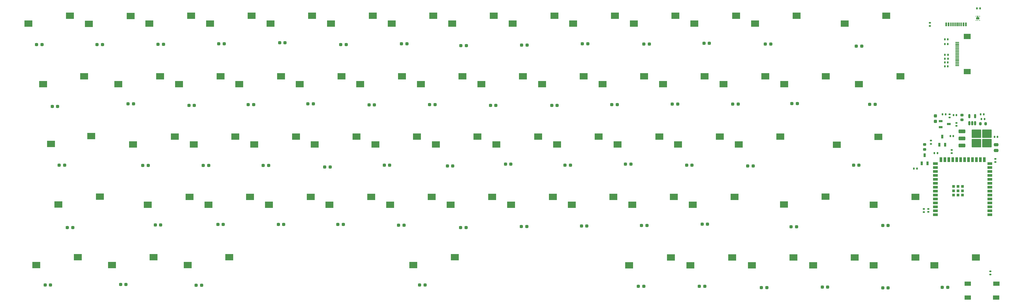
<source format=gbp>
%TF.GenerationSoftware,KiCad,Pcbnew,7.0.7*%
%TF.CreationDate,2023-12-10T00:54:24-06:00*%
%TF.ProjectId,Keyboard,4b657962-6f61-4726-942e-6b696361645f,rev?*%
%TF.SameCoordinates,Original*%
%TF.FileFunction,Paste,Bot*%
%TF.FilePolarity,Positive*%
%FSLAX46Y46*%
G04 Gerber Fmt 4.6, Leading zero omitted, Abs format (unit mm)*
G04 Created by KiCad (PCBNEW 7.0.7) date 2023-12-10 00:54:24*
%MOMM*%
%LPD*%
G01*
G04 APERTURE LIST*
G04 Aperture macros list*
%AMRoundRect*
0 Rectangle with rounded corners*
0 $1 Rounding radius*
0 $2 $3 $4 $5 $6 $7 $8 $9 X,Y pos of 4 corners*
0 Add a 4 corners polygon primitive as box body*
4,1,4,$2,$3,$4,$5,$6,$7,$8,$9,$2,$3,0*
0 Add four circle primitives for the rounded corners*
1,1,$1+$1,$2,$3*
1,1,$1+$1,$4,$5*
1,1,$1+$1,$6,$7*
1,1,$1+$1,$8,$9*
0 Add four rect primitives between the rounded corners*
20,1,$1+$1,$2,$3,$4,$5,0*
20,1,$1+$1,$4,$5,$6,$7,0*
20,1,$1+$1,$6,$7,$8,$9,0*
20,1,$1+$1,$8,$9,$2,$3,0*%
G04 Aperture macros list end*
%ADD10R,2.550000X2.000000*%
%ADD11RoundRect,0.237500X0.287500X0.237500X-0.287500X0.237500X-0.287500X-0.237500X0.287500X-0.237500X0*%
%ADD12RoundRect,0.135000X-0.185000X0.135000X-0.185000X-0.135000X0.185000X-0.135000X0.185000X0.135000X0*%
%ADD13RoundRect,0.135000X0.135000X0.185000X-0.135000X0.185000X-0.135000X-0.185000X0.135000X-0.185000X0*%
%ADD14RoundRect,0.237500X0.237500X-0.287500X0.237500X0.287500X-0.237500X0.287500X-0.237500X-0.287500X0*%
%ADD15RoundRect,0.135000X0.185000X-0.135000X0.185000X0.135000X-0.185000X0.135000X-0.185000X-0.135000X0*%
%ADD16RoundRect,0.218750X0.256250X-0.218750X0.256250X0.218750X-0.256250X0.218750X-0.256250X-0.218750X0*%
%ADD17RoundRect,0.135000X-0.135000X-0.185000X0.135000X-0.185000X0.135000X0.185000X-0.135000X0.185000X0*%
%ADD18RoundRect,0.140000X-0.140000X-0.170000X0.140000X-0.170000X0.140000X0.170000X-0.140000X0.170000X0*%
%ADD19RoundRect,0.140000X0.170000X-0.140000X0.170000X0.140000X-0.170000X0.140000X-0.170000X-0.140000X0*%
%ADD20RoundRect,0.250000X-0.475000X0.250000X-0.475000X-0.250000X0.475000X-0.250000X0.475000X0.250000X0*%
%ADD21R,2.100000X1.400000*%
%ADD22RoundRect,0.150000X0.150000X-0.512500X0.150000X0.512500X-0.150000X0.512500X-0.150000X-0.512500X0*%
%ADD23R,0.304800X0.254000*%
%ADD24R,0.304800X0.522199*%
%ADD25R,0.800000X1.200000*%
%ADD26R,1.200000X0.800000*%
%ADD27R,1.300000X0.300000*%
%ADD28R,2.200000X1.800000*%
%ADD29R,1.500000X0.900000*%
%ADD30R,0.900000X1.500000*%
%ADD31R,0.900000X0.900000*%
%ADD32R,0.600000X1.240000*%
%ADD33R,0.300000X1.240000*%
%ADD34RoundRect,0.140000X0.140000X0.170000X-0.140000X0.170000X-0.140000X-0.170000X0.140000X-0.170000X0*%
%ADD35RoundRect,0.250000X-0.850000X-0.350000X0.850000X-0.350000X0.850000X0.350000X-0.850000X0.350000X0*%
%ADD36RoundRect,0.250000X-1.275000X-1.125000X1.275000X-1.125000X1.275000X1.125000X-1.275000X1.125000X0*%
%ADD37RoundRect,0.200000X-0.200000X-0.275000X0.200000X-0.275000X0.200000X0.275000X-0.200000X0.275000X0*%
G04 APERTURE END LIST*
G36*
X353209900Y-85345210D02*
G01*
X353578200Y-85345200D01*
X353578200Y-85954800D01*
X352536800Y-85954800D01*
X352536800Y-85345200D01*
X352905100Y-85345210D01*
X352905100Y-84823012D01*
X353209900Y-84823012D01*
X353209900Y-85345210D01*
G37*
D10*
X54610000Y-126238000D03*
X56933000Y-145796000D03*
X49821000Y-165354000D03*
X274697500Y-143320000D03*
X261272500Y-145860000D03*
X167597500Y-104320000D03*
X154172500Y-106860000D03*
X289460000Y-123820000D03*
X276035000Y-126360000D03*
X284597500Y-104320000D03*
X271172500Y-106860000D03*
X273935000Y-162820000D03*
X260510000Y-165360000D03*
X65278000Y-104394000D03*
X245610000Y-104320000D03*
X232185000Y-106860000D03*
X328168000Y-104394000D03*
X269935000Y-123820000D03*
X256510000Y-126360000D03*
X63246000Y-162814000D03*
X313435000Y-162820000D03*
X300010000Y-165360000D03*
X332947500Y-143320000D03*
X319522500Y-145860000D03*
X211447500Y-123820000D03*
X198022500Y-126360000D03*
X332960000Y-162820000D03*
X319535000Y-165360000D03*
X250460000Y-123820000D03*
X237035000Y-126360000D03*
X177710000Y-84820000D03*
X164285000Y-87360000D03*
X275185000Y-84820000D03*
X261760000Y-87360000D03*
X118710000Y-143320000D03*
X105285000Y-145860000D03*
X196685000Y-143320000D03*
X183260000Y-145860000D03*
X113960000Y-123820000D03*
X100535000Y-126360000D03*
X128622500Y-104320000D03*
X115197500Y-106860000D03*
X265097500Y-104320000D03*
X251672500Y-106860000D03*
X99185000Y-143320000D03*
X85760000Y-145860000D03*
X70358000Y-143256000D03*
X290613000Y-145796000D03*
X187097500Y-104320000D03*
X173672500Y-106860000D03*
X216185000Y-143320000D03*
X202760000Y-145860000D03*
X171233000Y-165354000D03*
X206597500Y-104320000D03*
X193172500Y-106860000D03*
X310171000Y-87376000D03*
X67564000Y-123698000D03*
X230947500Y-123820000D03*
X217522500Y-126360000D03*
X138210000Y-143320000D03*
X124785000Y-145860000D03*
X89697500Y-104320000D03*
X76272500Y-106860000D03*
X152935000Y-123820000D03*
X139510000Y-126360000D03*
X216710000Y-84820000D03*
X203285000Y-87360000D03*
X60707500Y-84800000D03*
X47282500Y-87340000D03*
X307631000Y-126492000D03*
X314743000Y-106934000D03*
X94435000Y-123820000D03*
X81010000Y-126360000D03*
X172447500Y-123820000D03*
X159022500Y-126360000D03*
X255197500Y-143320000D03*
X241772500Y-145860000D03*
X293710000Y-162820000D03*
X280285000Y-165360000D03*
X87630000Y-162814000D03*
X304038000Y-143256000D03*
X184658000Y-162814000D03*
X235697500Y-143320000D03*
X222272500Y-145860000D03*
X148110000Y-104320000D03*
X134685000Y-106860000D03*
X236185000Y-84820000D03*
X222760000Y-87360000D03*
X304110000Y-104320000D03*
X290685000Y-106860000D03*
X99697500Y-84820000D03*
X86272500Y-87360000D03*
X352460000Y-162820000D03*
X339035000Y-165360000D03*
X294710000Y-84820000D03*
X281285000Y-87360000D03*
X323596000Y-84836000D03*
X197185000Y-84820000D03*
X183760000Y-87360000D03*
X254210000Y-162820000D03*
X240785000Y-165360000D03*
X133460000Y-123820000D03*
X120035000Y-126360000D03*
X157685000Y-143320000D03*
X144260000Y-145860000D03*
X52070000Y-106934000D03*
X191947500Y-123820000D03*
X178522500Y-126360000D03*
X109197500Y-104320000D03*
X95772500Y-106860000D03*
X138685000Y-84820000D03*
X125260000Y-87360000D03*
X98589000Y-165354000D03*
X177185000Y-143320000D03*
X163760000Y-145860000D03*
X226122500Y-104320000D03*
X212697500Y-106860000D03*
X74205000Y-165354000D03*
X112014000Y-162814000D03*
X255685000Y-84820000D03*
X242260000Y-87360000D03*
X80210000Y-84845000D03*
X66785000Y-87385000D03*
X119197500Y-84820000D03*
X105772500Y-87360000D03*
X158210000Y-84820000D03*
X144785000Y-87360000D03*
X321056000Y-123952000D03*
D11*
X56732500Y-114095000D03*
X54982500Y-114095000D03*
X324177500Y-172640000D03*
X322427500Y-172640000D03*
X54427500Y-171790000D03*
X52677500Y-171790000D03*
X188227500Y-153190000D03*
X186477500Y-153190000D03*
X124652500Y-133140000D03*
X122902500Y-133140000D03*
X51677500Y-94115000D03*
X49927500Y-94115000D03*
D12*
X337932500Y-125140000D03*
X337932500Y-126160000D03*
D11*
X241327500Y-132715000D03*
X239577500Y-132715000D03*
X256412500Y-113290000D03*
X254662500Y-113290000D03*
X294962500Y-113150000D03*
X293212500Y-113150000D03*
X217587500Y-113740000D03*
X215837500Y-113740000D03*
X261027500Y-133065000D03*
X259277500Y-133065000D03*
X245502500Y-172165000D03*
X243752500Y-172165000D03*
X168277500Y-152465000D03*
X166527500Y-152465000D03*
X207877500Y-94240000D03*
X206127500Y-94240000D03*
X236912500Y-113515000D03*
X235162500Y-113515000D03*
D13*
X340092500Y-129150000D03*
X339072500Y-129150000D03*
D11*
X58952500Y-133015000D03*
X57202500Y-133015000D03*
X343352500Y-172515000D03*
X341602500Y-172515000D03*
X149627500Y-94115000D03*
X147877500Y-94115000D03*
D14*
X339432500Y-118925000D03*
X339432500Y-117175000D03*
D15*
X357100000Y-168360000D03*
X357100000Y-167340000D03*
D16*
X347982500Y-118437500D03*
X347982500Y-116862500D03*
D11*
X315652500Y-94590000D03*
X313902500Y-94590000D03*
D17*
X352797500Y-82400000D03*
X353817500Y-82400000D03*
D11*
X119837500Y-113515000D03*
X118087500Y-113515000D03*
D12*
X358725000Y-131040000D03*
X358725000Y-132060000D03*
D11*
X286402500Y-93940000D03*
X284652500Y-93940000D03*
X314802500Y-133065000D03*
X313052500Y-133065000D03*
X90827500Y-93990000D03*
X89077500Y-93990000D03*
D18*
X358432500Y-123900000D03*
X359392500Y-123900000D03*
D11*
X227152500Y-152715000D03*
X225402500Y-152715000D03*
X227452500Y-93815000D03*
X225702500Y-93815000D03*
X247252500Y-93940000D03*
X245502500Y-93940000D03*
X148702500Y-152215000D03*
X146952500Y-152215000D03*
X266602500Y-93690000D03*
X264852500Y-93690000D03*
D19*
X346182500Y-120380000D03*
X346182500Y-119420000D03*
D13*
X355242500Y-118150000D03*
X354222500Y-118150000D03*
D20*
X358932500Y-126450000D03*
X358932500Y-128350000D03*
D21*
X358925000Y-175800000D03*
X349825000Y-175800000D03*
X349825000Y-171300000D03*
X359025000Y-171300000D03*
D11*
X89927500Y-152340000D03*
X88177500Y-152340000D03*
X61607500Y-153170000D03*
X59857500Y-153170000D03*
X280702500Y-133315000D03*
X278952500Y-133315000D03*
X169202500Y-93865000D03*
X167452500Y-93865000D03*
X304727500Y-172390000D03*
X302977500Y-172390000D03*
D12*
X344682500Y-128140000D03*
X344682500Y-129160000D03*
D11*
X178287500Y-113515000D03*
X176537500Y-113515000D03*
D22*
X352182500Y-119537500D03*
X351232500Y-119537500D03*
X350282500Y-119537500D03*
X350282500Y-117262500D03*
X352182500Y-117262500D03*
D23*
X352507501Y-84949999D03*
D24*
X353057500Y-85084111D03*
D23*
X353607499Y-84949999D03*
X353607499Y-86350001D03*
X353057500Y-86350001D03*
X352507501Y-86350001D03*
D11*
X144502500Y-133615000D03*
X142752500Y-133615000D03*
X246527500Y-152515000D03*
X244777500Y-152515000D03*
D25*
X341582500Y-123850000D03*
X342532500Y-126450000D03*
X340632500Y-126450000D03*
D11*
X103052500Y-171865000D03*
X101302500Y-171865000D03*
D26*
X343732500Y-119800000D03*
X341132500Y-120750000D03*
X341132500Y-118850000D03*
D12*
X343932500Y-116640000D03*
X343932500Y-117660000D03*
D11*
X221877500Y-133065000D03*
X220127500Y-133065000D03*
X129952500Y-93515000D03*
X128202500Y-93515000D03*
D15*
X337600000Y-88110000D03*
X337600000Y-87090000D03*
D25*
X335932500Y-129850000D03*
X336882500Y-132450000D03*
X334982500Y-132450000D03*
D17*
X342422500Y-97400000D03*
X343442500Y-97400000D03*
D11*
X139062500Y-113265000D03*
X137312500Y-113265000D03*
X129527500Y-152215000D03*
X127777500Y-152215000D03*
X266027500Y-152140000D03*
X264277500Y-152140000D03*
D18*
X345202500Y-116900000D03*
X346162500Y-116900000D03*
D11*
X202677500Y-132715000D03*
X200927500Y-132715000D03*
X85877500Y-133140000D03*
X84127500Y-133140000D03*
D13*
X354992500Y-116650000D03*
X353972500Y-116650000D03*
D11*
X158737500Y-113615000D03*
X156987500Y-113615000D03*
X110052500Y-152215000D03*
X108302500Y-152215000D03*
X324177500Y-152515000D03*
X322427500Y-152515000D03*
D13*
X343442500Y-98650000D03*
X342422500Y-98650000D03*
D11*
X110377500Y-93865000D03*
X108627500Y-93865000D03*
D15*
X335682500Y-148185000D03*
X335682500Y-147165000D03*
D11*
X175052500Y-171790000D03*
X173302500Y-171790000D03*
X207827500Y-152840000D03*
X206077500Y-152840000D03*
D19*
X337082500Y-148150000D03*
X337082500Y-147190000D03*
D11*
X275887500Y-113315000D03*
X274137500Y-113315000D03*
D27*
X346432500Y-93400000D03*
X346432500Y-93900000D03*
X346432500Y-94400000D03*
X346432500Y-94900000D03*
X346432500Y-95400000D03*
X346432500Y-95900000D03*
X346432500Y-96400000D03*
X346432500Y-96900000D03*
X346432500Y-97400000D03*
X346432500Y-97900000D03*
X346432500Y-98400000D03*
X346432500Y-98900000D03*
X346432500Y-99400000D03*
X346432500Y-99900000D03*
X346432500Y-100400000D03*
X346432500Y-100900000D03*
D28*
X349682500Y-91500000D03*
X349682500Y-102800000D03*
D29*
X339432500Y-149070000D03*
X339432500Y-147800000D03*
X339432500Y-146530000D03*
X339432500Y-145260000D03*
X339432500Y-143990000D03*
X339432500Y-142720000D03*
X339432500Y-141450000D03*
X339432500Y-140180000D03*
X339432500Y-138910000D03*
X339432500Y-137640000D03*
X339432500Y-136370000D03*
X339432500Y-135100000D03*
X339432500Y-133830000D03*
X339432500Y-132560000D03*
D30*
X341197500Y-131310000D03*
X342467500Y-131310000D03*
X343737500Y-131310000D03*
X345007500Y-131310000D03*
X346277500Y-131310000D03*
X347547500Y-131310000D03*
X348817500Y-131310000D03*
X350087500Y-131310000D03*
X351357500Y-131310000D03*
X352627500Y-131310000D03*
X353897500Y-131310000D03*
X355167500Y-131310000D03*
D29*
X356932500Y-132560000D03*
X356932500Y-133830000D03*
X356932500Y-135100000D03*
X356932500Y-136370000D03*
X356932500Y-137640000D03*
X356932500Y-138910000D03*
X356932500Y-140180000D03*
X356932500Y-141450000D03*
X356932500Y-142720000D03*
X356932500Y-143990000D03*
X356932500Y-145260000D03*
X356932500Y-146530000D03*
X356932500Y-147800000D03*
X356932500Y-149070000D03*
D31*
X346682500Y-141350000D03*
X345282500Y-141350000D03*
X348082500Y-141350000D03*
X345282500Y-139950000D03*
X346682500Y-139950000D03*
X348082500Y-139950000D03*
X345282500Y-142750000D03*
X346682500Y-142750000D03*
X348082500Y-142750000D03*
D11*
X71152500Y-94115000D03*
X69402500Y-94115000D03*
X105352500Y-133140000D03*
X103602500Y-133140000D03*
D32*
X342857500Y-87625000D03*
X343657500Y-87625000D03*
D33*
X344807500Y-87625000D03*
X345807500Y-87625000D03*
X346307500Y-87625000D03*
X347307500Y-87625000D03*
D32*
X348457500Y-87625000D03*
X349257500Y-87625000D03*
X349257500Y-87625000D03*
X348457500Y-87625000D03*
D33*
X347807500Y-87625000D03*
X346807500Y-87625000D03*
X345307500Y-87625000D03*
X344307500Y-87625000D03*
D32*
X343657500Y-87625000D03*
X342857500Y-87625000D03*
D34*
X343412500Y-92400000D03*
X342452500Y-92400000D03*
X343412500Y-101150000D03*
X342452500Y-101150000D03*
X343412500Y-93900000D03*
X342452500Y-93900000D03*
D11*
X81152500Y-113265000D03*
X79402500Y-113265000D03*
X78727500Y-171590000D03*
X76977500Y-171590000D03*
X265127500Y-172165000D03*
X263377500Y-172165000D03*
X320017500Y-113440000D03*
X318267500Y-113440000D03*
X188352500Y-94465000D03*
X186602500Y-94465000D03*
D13*
X333442500Y-134150000D03*
X332422500Y-134150000D03*
D11*
X197862500Y-113740000D03*
X196112500Y-113740000D03*
X100742500Y-113740000D03*
X98992500Y-113740000D03*
D34*
X343412500Y-99900000D03*
X342452500Y-99900000D03*
D11*
X285127500Y-172590000D03*
X283377500Y-172590000D03*
D35*
X347982500Y-126680000D03*
X347982500Y-124400000D03*
D36*
X352607500Y-122875000D03*
X352607500Y-125925000D03*
X355957500Y-122875000D03*
X355957500Y-125925000D03*
D35*
X347982500Y-122120000D03*
D13*
X342692500Y-116650000D03*
X341672500Y-116650000D03*
D11*
X294682500Y-152970000D03*
X292932500Y-152970000D03*
X183977500Y-133315000D03*
X182227500Y-133315000D03*
D37*
X353907500Y-119650000D03*
X355557500Y-119650000D03*
D34*
X345162500Y-123650000D03*
X344202500Y-123650000D03*
D11*
X163652500Y-133065000D03*
X161902500Y-133065000D03*
D16*
X335932500Y-127937500D03*
X335932500Y-126362500D03*
M02*

</source>
